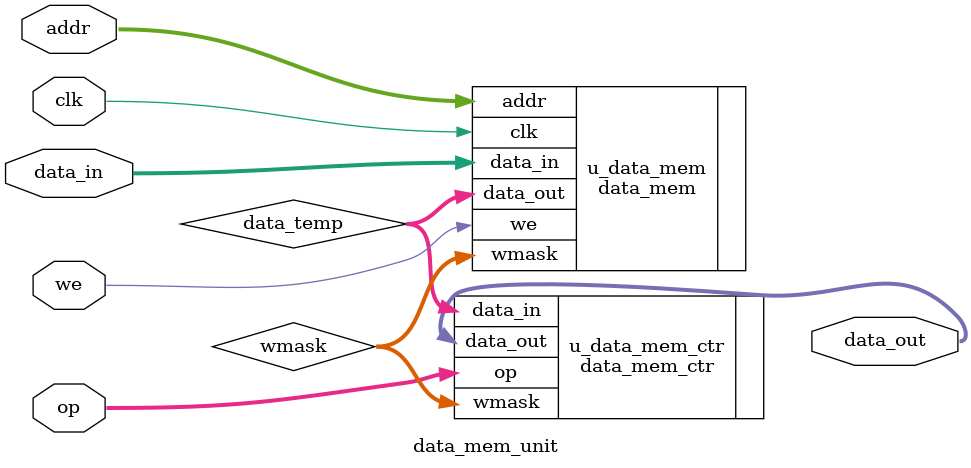
<source format=v>
module data_mem_unit#(
	parameter ADDR_WIDTH = 15,
	parameter DATA_WIDTH = 32
)
(
	input clk,
	input [2:0]op,
	input [ADDR_WIDTH-1:0]addr,
	input [DATA_WIDTH-1:0]data_in,
	input we,
	output [DATA_WIDTH-1:0]data_out
);

	wire [3:0]wmask;
	wire [DATA_WIDTH-1:0]data_temp;
	data_mem_ctr u_data_mem_ctr(
	.op(op),
	.data_in(data_temp),
	.wmask(wmask),
	.data_out(data_out)
);

	data_mem u_data_mem(
	.clk(clk),
	.addr(addr),
	.data_in(data_in),
	.wmask(wmask),
	.we(we),
	.data_out(data_temp)
);
endmodule

</source>
